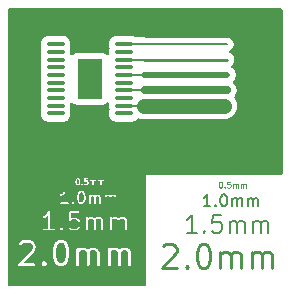
<source format=gbr>
%TF.GenerationSoftware,KiCad,Pcbnew,9.0.4-9.0.4-0~ubuntu24.04.1*%
%TF.CreationDate,2025-10-08T16:16:52-03:00*%
%TF.ProjectId,teste_footprint,74657374-655f-4666-9f6f-747072696e74,rev?*%
%TF.SameCoordinates,Original*%
%TF.FileFunction,Copper,L1,Top*%
%TF.FilePolarity,Positive*%
%FSLAX46Y46*%
G04 Gerber Fmt 4.6, Leading zero omitted, Abs format (unit mm)*
G04 Created by KiCad (PCBNEW 9.0.4-9.0.4-0~ubuntu24.04.1) date 2025-10-08 16:16:52*
%MOMM*%
%LPD*%
G01*
G04 APERTURE LIST*
G04 Aperture macros list*
%AMRoundRect*
0 Rectangle with rounded corners*
0 $1 Rounding radius*
0 $2 $3 $4 $5 $6 $7 $8 $9 X,Y pos of 4 corners*
0 Add a 4 corners polygon primitive as box body*
4,1,4,$2,$3,$4,$5,$6,$7,$8,$9,$2,$3,0*
0 Add four circle primitives for the rounded corners*
1,1,$1+$1,$2,$3*
1,1,$1+$1,$4,$5*
1,1,$1+$1,$6,$7*
1,1,$1+$1,$8,$9*
0 Add four rect primitives between the rounded corners*
20,1,$1+$1,$2,$3,$4,$5,0*
20,1,$1+$1,$4,$5,$6,$7,0*
20,1,$1+$1,$6,$7,$8,$9,0*
20,1,$1+$1,$8,$9,$2,$3,0*%
G04 Aperture macros list end*
%ADD10C,0.150000*%
%ADD11C,0.250000*%
%ADD12C,0.125000*%
%TA.AperFunction,NonConductor*%
%ADD13C,0.150000*%
%TD*%
%TA.AperFunction,NonConductor*%
%ADD14C,0.125000*%
%TD*%
%TA.AperFunction,NonConductor*%
%ADD15C,0.250000*%
%TD*%
%TA.AperFunction,SMDPad,CuDef*%
%ADD16RoundRect,0.100000X-0.637500X-0.100000X0.637500X-0.100000X0.637500X0.100000X-0.637500X0.100000X0*%
%TD*%
%TA.AperFunction,HeatsinkPad*%
%ADD17R,2.150000X3.350000*%
%TD*%
%TA.AperFunction,Conductor*%
%ADD18C,0.200000*%
%TD*%
%TA.AperFunction,Conductor*%
%ADD19C,0.127000*%
%TD*%
%TA.AperFunction,Conductor*%
%ADD20C,0.254000*%
%TD*%
%TA.AperFunction,Conductor*%
%ADD21C,0.508000*%
%TD*%
%TA.AperFunction,Conductor*%
%ADD22C,1.270000*%
%TD*%
%TA.AperFunction,Conductor*%
%ADD23C,0.635000*%
%TD*%
G04 APERTURE END LIST*
D10*
G36*
X144468875Y-109215077D02*
G01*
X144499282Y-109245484D01*
X144537775Y-109322471D01*
X144581159Y-109496005D01*
X144581159Y-109715632D01*
X144537775Y-109889166D01*
X144499281Y-109966153D01*
X144468874Y-109996561D01*
X144400359Y-110030819D01*
X144340531Y-110030819D01*
X144272015Y-109996561D01*
X144241608Y-109966153D01*
X144203114Y-109889166D01*
X144159731Y-109715632D01*
X144159731Y-109496005D01*
X144203114Y-109322471D01*
X144241608Y-109245484D01*
X144272015Y-109215077D01*
X144340531Y-109180819D01*
X144400359Y-109180819D01*
X144468875Y-109215077D01*
G37*
G36*
X147461318Y-110291930D02*
G01*
X142470638Y-110291930D01*
X142470638Y-109382152D01*
X142581749Y-109382152D01*
X142583823Y-109411342D01*
X142596910Y-109437517D01*
X142619018Y-109456690D01*
X142646779Y-109465944D01*
X142675969Y-109463870D01*
X142689701Y-109458615D01*
X142784939Y-109410996D01*
X142791238Y-109407031D01*
X142793066Y-109406274D01*
X142795122Y-109404585D01*
X142797382Y-109403164D01*
X142798681Y-109401665D01*
X142804431Y-109396947D01*
X142866874Y-109334504D01*
X142866874Y-110030819D01*
X142656160Y-110030819D01*
X142641528Y-110032260D01*
X142614492Y-110043459D01*
X142593800Y-110064151D01*
X142582601Y-110091187D01*
X142582601Y-110120451D01*
X142593800Y-110147487D01*
X142614492Y-110168179D01*
X142641528Y-110179378D01*
X142656160Y-110180819D01*
X143227588Y-110180819D01*
X143242220Y-110179378D01*
X143269256Y-110168179D01*
X143289948Y-110147487D01*
X143301147Y-110120451D01*
X143301147Y-110091187D01*
X143289948Y-110064151D01*
X143269366Y-110043569D01*
X143534982Y-110043569D01*
X143534982Y-110072832D01*
X143540019Y-110084991D01*
X143546181Y-110099868D01*
X143555508Y-110111233D01*
X143603127Y-110158852D01*
X143614492Y-110168179D01*
X143641528Y-110179378D01*
X143641529Y-110179378D01*
X143670791Y-110179378D01*
X143670792Y-110179378D01*
X143697828Y-110168179D01*
X143709193Y-110158852D01*
X143756812Y-110111233D01*
X143766139Y-110099868D01*
X143777338Y-110072832D01*
X143777338Y-110043569D01*
X143777292Y-110043459D01*
X143766140Y-110016533D01*
X143756812Y-110005167D01*
X143709194Y-109957548D01*
X143697828Y-109948220D01*
X143697827Y-109948219D01*
X143679531Y-109940641D01*
X143670792Y-109937021D01*
X143670791Y-109937021D01*
X143641528Y-109937021D01*
X143632789Y-109940641D01*
X143614493Y-109948219D01*
X143614492Y-109948220D01*
X143603126Y-109957548D01*
X143555507Y-110005168D01*
X143546180Y-110016533D01*
X143534982Y-110043569D01*
X143269366Y-110043569D01*
X143269256Y-110043459D01*
X143242220Y-110032260D01*
X143227588Y-110030819D01*
X143016874Y-110030819D01*
X143016874Y-109486771D01*
X144009731Y-109486771D01*
X144009731Y-109724866D01*
X144009982Y-109727419D01*
X144009820Y-109728512D01*
X144010629Y-109733985D01*
X144011172Y-109739498D01*
X144011594Y-109740519D01*
X144011970Y-109743056D01*
X144059589Y-109933532D01*
X144059974Y-109934611D01*
X144060013Y-109935151D01*
X144062340Y-109941232D01*
X144064536Y-109947378D01*
X144064858Y-109947813D01*
X144065268Y-109948883D01*
X144112887Y-110044121D01*
X144116850Y-110050417D01*
X144117608Y-110052247D01*
X144119297Y-110054305D01*
X144120719Y-110056564D01*
X144122217Y-110057863D01*
X144126935Y-110063612D01*
X144174554Y-110111232D01*
X144180303Y-110115950D01*
X144181604Y-110117450D01*
X144183863Y-110118872D01*
X144185920Y-110120560D01*
X144187747Y-110121317D01*
X144194047Y-110125282D01*
X144289285Y-110172901D01*
X144303016Y-110178156D01*
X144305705Y-110178347D01*
X144308194Y-110179378D01*
X144322826Y-110180819D01*
X144418064Y-110180819D01*
X144432696Y-110179378D01*
X144435185Y-110178346D01*
X144437873Y-110178156D01*
X144451605Y-110172901D01*
X144546843Y-110125282D01*
X144553142Y-110121317D01*
X144554970Y-110120560D01*
X144557026Y-110118872D01*
X144559286Y-110117450D01*
X144560586Y-110115950D01*
X144566336Y-110111232D01*
X144613954Y-110063613D01*
X144618672Y-110057863D01*
X144620171Y-110056564D01*
X144621592Y-110054305D01*
X144623282Y-110052247D01*
X144624039Y-110050417D01*
X144628003Y-110044121D01*
X144675622Y-109948883D01*
X144676031Y-109947813D01*
X144676354Y-109947378D01*
X144678546Y-109941241D01*
X144680877Y-109935152D01*
X144680915Y-109934611D01*
X144681301Y-109933532D01*
X144728920Y-109743056D01*
X144729295Y-109740519D01*
X144729718Y-109739498D01*
X144730260Y-109733985D01*
X144731070Y-109728512D01*
X144730907Y-109727419D01*
X144731159Y-109724866D01*
X144731159Y-109486771D01*
X144730907Y-109484217D01*
X144731070Y-109483125D01*
X144730260Y-109477651D01*
X144729718Y-109472139D01*
X144729295Y-109471117D01*
X144728920Y-109468581D01*
X144721563Y-109439152D01*
X145009731Y-109439152D01*
X145009731Y-110105819D01*
X145011172Y-110120451D01*
X145022371Y-110147487D01*
X145043063Y-110168179D01*
X145070099Y-110179378D01*
X145099363Y-110179378D01*
X145126399Y-110168179D01*
X145147091Y-110147487D01*
X145158290Y-110120451D01*
X145159731Y-110105819D01*
X145159731Y-109565456D01*
X145176777Y-109548410D01*
X145245293Y-109514152D01*
X145352740Y-109514152D01*
X145409781Y-109542672D01*
X145438302Y-109599714D01*
X145438302Y-110105819D01*
X145439743Y-110120451D01*
X145450942Y-110147487D01*
X145471634Y-110168179D01*
X145498670Y-110179378D01*
X145527934Y-110179378D01*
X145554970Y-110168179D01*
X145575662Y-110147487D01*
X145586861Y-110120451D01*
X145588302Y-110105819D01*
X145588302Y-109599714D01*
X145616822Y-109542672D01*
X145673864Y-109514152D01*
X145781311Y-109514152D01*
X145838353Y-109542672D01*
X145866874Y-109599714D01*
X145866874Y-110105819D01*
X145868315Y-110120451D01*
X145879514Y-110147487D01*
X145900206Y-110168179D01*
X145927242Y-110179378D01*
X145956506Y-110179378D01*
X145983542Y-110168179D01*
X146004234Y-110147487D01*
X146015433Y-110120451D01*
X146016874Y-110105819D01*
X146016874Y-109582009D01*
X146015433Y-109567377D01*
X146014402Y-109564888D01*
X146014211Y-109562199D01*
X146008956Y-109548468D01*
X145961337Y-109453230D01*
X145959796Y-109450782D01*
X145959412Y-109449629D01*
X145958166Y-109448192D01*
X145953505Y-109440787D01*
X145951620Y-109439152D01*
X146343064Y-109439152D01*
X146343064Y-110105819D01*
X146344505Y-110120451D01*
X146355704Y-110147487D01*
X146376396Y-110168179D01*
X146403432Y-110179378D01*
X146432696Y-110179378D01*
X146459732Y-110168179D01*
X146480424Y-110147487D01*
X146491623Y-110120451D01*
X146493064Y-110105819D01*
X146493064Y-109565456D01*
X146510110Y-109548410D01*
X146578626Y-109514152D01*
X146686073Y-109514152D01*
X146743114Y-109542672D01*
X146771635Y-109599714D01*
X146771635Y-110105819D01*
X146773076Y-110120451D01*
X146784275Y-110147487D01*
X146804967Y-110168179D01*
X146832003Y-110179378D01*
X146861267Y-110179378D01*
X146888303Y-110168179D01*
X146908995Y-110147487D01*
X146920194Y-110120451D01*
X146921635Y-110105819D01*
X146921635Y-109599714D01*
X146950155Y-109542672D01*
X147007197Y-109514152D01*
X147114644Y-109514152D01*
X147171686Y-109542672D01*
X147200207Y-109599714D01*
X147200207Y-110105819D01*
X147201648Y-110120451D01*
X147212847Y-110147487D01*
X147233539Y-110168179D01*
X147260575Y-110179378D01*
X147289839Y-110179378D01*
X147316875Y-110168179D01*
X147337567Y-110147487D01*
X147348766Y-110120451D01*
X147350207Y-110105819D01*
X147350207Y-109582009D01*
X147348766Y-109567377D01*
X147347735Y-109564888D01*
X147347544Y-109562199D01*
X147342289Y-109548468D01*
X147294670Y-109453230D01*
X147293129Y-109450782D01*
X147292745Y-109449629D01*
X147291499Y-109448192D01*
X147286838Y-109440787D01*
X147279730Y-109434623D01*
X147273571Y-109427521D01*
X147266167Y-109422860D01*
X147264730Y-109421614D01*
X147263575Y-109421229D01*
X147261129Y-109419689D01*
X147165890Y-109372070D01*
X147152158Y-109366815D01*
X147149470Y-109366624D01*
X147146981Y-109365593D01*
X147132349Y-109364152D01*
X146989492Y-109364152D01*
X146974860Y-109365593D01*
X146972371Y-109366623D01*
X146969682Y-109366815D01*
X146955951Y-109372070D01*
X146860713Y-109419689D01*
X146858265Y-109421229D01*
X146857112Y-109421614D01*
X146855675Y-109422859D01*
X146848270Y-109427521D01*
X146846635Y-109429406D01*
X146845000Y-109427521D01*
X146837594Y-109422859D01*
X146836158Y-109421614D01*
X146835004Y-109421229D01*
X146832557Y-109419689D01*
X146737319Y-109372070D01*
X146723587Y-109366815D01*
X146720899Y-109366624D01*
X146718410Y-109365593D01*
X146703778Y-109364152D01*
X146560921Y-109364152D01*
X146546289Y-109365593D01*
X146543800Y-109366623D01*
X146541111Y-109366815D01*
X146527380Y-109372070D01*
X146479133Y-109396193D01*
X146459732Y-109376792D01*
X146432696Y-109365593D01*
X146403432Y-109365593D01*
X146376396Y-109376792D01*
X146355704Y-109397484D01*
X146344505Y-109424520D01*
X146343064Y-109439152D01*
X145951620Y-109439152D01*
X145946397Y-109434623D01*
X145940238Y-109427521D01*
X145932834Y-109422860D01*
X145931397Y-109421614D01*
X145930242Y-109421229D01*
X145927796Y-109419689D01*
X145832557Y-109372070D01*
X145818825Y-109366815D01*
X145816137Y-109366624D01*
X145813648Y-109365593D01*
X145799016Y-109364152D01*
X145656159Y-109364152D01*
X145641527Y-109365593D01*
X145639038Y-109366623D01*
X145636349Y-109366815D01*
X145622618Y-109372070D01*
X145527380Y-109419689D01*
X145524932Y-109421229D01*
X145523779Y-109421614D01*
X145522342Y-109422859D01*
X145514937Y-109427521D01*
X145513302Y-109429406D01*
X145511667Y-109427521D01*
X145504261Y-109422859D01*
X145502825Y-109421614D01*
X145501671Y-109421229D01*
X145499224Y-109419689D01*
X145403986Y-109372070D01*
X145390254Y-109366815D01*
X145387566Y-109366624D01*
X145385077Y-109365593D01*
X145370445Y-109364152D01*
X145227588Y-109364152D01*
X145212956Y-109365593D01*
X145210467Y-109366623D01*
X145207778Y-109366815D01*
X145194047Y-109372070D01*
X145145800Y-109396193D01*
X145126399Y-109376792D01*
X145099363Y-109365593D01*
X145070099Y-109365593D01*
X145043063Y-109376792D01*
X145022371Y-109397484D01*
X145011172Y-109424520D01*
X145009731Y-109439152D01*
X144721563Y-109439152D01*
X144681301Y-109278105D01*
X144680915Y-109277025D01*
X144680877Y-109276485D01*
X144678546Y-109270395D01*
X144676354Y-109264259D01*
X144676031Y-109263823D01*
X144675622Y-109262754D01*
X144628003Y-109167516D01*
X144624038Y-109161216D01*
X144623281Y-109159389D01*
X144621592Y-109157332D01*
X144620171Y-109155073D01*
X144618672Y-109153773D01*
X144613954Y-109148024D01*
X144566335Y-109100405D01*
X144560585Y-109095686D01*
X144559286Y-109094188D01*
X144557026Y-109092766D01*
X144554970Y-109091078D01*
X144553142Y-109090320D01*
X144546843Y-109086356D01*
X144451605Y-109038737D01*
X144437873Y-109033482D01*
X144435185Y-109033291D01*
X144432696Y-109032260D01*
X144418064Y-109030819D01*
X144322826Y-109030819D01*
X144308194Y-109032260D01*
X144305705Y-109033290D01*
X144303016Y-109033482D01*
X144289285Y-109038737D01*
X144194047Y-109086356D01*
X144187747Y-109090320D01*
X144185920Y-109091078D01*
X144183863Y-109092766D01*
X144181604Y-109094188D01*
X144180304Y-109095686D01*
X144174555Y-109100405D01*
X144126936Y-109148024D01*
X144122217Y-109153773D01*
X144120719Y-109155073D01*
X144119297Y-109157332D01*
X144117609Y-109159389D01*
X144116851Y-109161216D01*
X144112887Y-109167516D01*
X144065268Y-109262754D01*
X144064858Y-109263823D01*
X144064536Y-109264259D01*
X144062340Y-109270404D01*
X144060013Y-109276486D01*
X144059974Y-109277025D01*
X144059589Y-109278105D01*
X144011970Y-109468581D01*
X144011594Y-109471117D01*
X144011172Y-109472139D01*
X144010629Y-109477651D01*
X144009820Y-109483125D01*
X144009982Y-109484217D01*
X144009731Y-109486771D01*
X143016874Y-109486771D01*
X143016874Y-109105819D01*
X143016868Y-109105766D01*
X143016874Y-109105740D01*
X143016858Y-109105663D01*
X143015433Y-109091187D01*
X143012591Y-109084326D01*
X143011135Y-109077045D01*
X143007045Y-109070938D01*
X143004234Y-109064151D01*
X142998985Y-109058902D01*
X142994852Y-109052730D01*
X142988735Y-109048652D01*
X142983542Y-109043459D01*
X142976682Y-109040617D01*
X142970503Y-109036498D01*
X142963294Y-109035072D01*
X142956506Y-109032260D01*
X142949079Y-109032260D01*
X142941795Y-109030819D01*
X142934590Y-109032260D01*
X142927242Y-109032260D01*
X142920381Y-109035101D01*
X142913101Y-109036558D01*
X142906995Y-109040646D01*
X142900206Y-109043459D01*
X142894955Y-109048709D01*
X142888786Y-109052841D01*
X142879565Y-109064099D01*
X142879514Y-109064151D01*
X142879504Y-109064173D01*
X142879470Y-109064216D01*
X142788350Y-109200896D01*
X142706971Y-109282275D01*
X142622619Y-109324451D01*
X142610176Y-109332283D01*
X142591003Y-109354391D01*
X142581749Y-109382152D01*
X142470638Y-109382152D01*
X142470638Y-108919708D01*
X147461318Y-108919708D01*
X147461318Y-110291930D01*
G37*
D11*
G36*
X142869667Y-113510208D02*
G01*
X142936217Y-113576758D01*
X143016246Y-113736817D01*
X143104425Y-114089531D01*
X143104425Y-114534944D01*
X143016246Y-114887658D01*
X142936217Y-115047715D01*
X142869665Y-115114268D01*
X142723727Y-115187238D01*
X142592266Y-115187238D01*
X142446328Y-115114269D01*
X142379776Y-115047716D01*
X142299746Y-114887657D01*
X142211568Y-114534944D01*
X142211568Y-114089531D01*
X142299746Y-113736817D01*
X142379776Y-113576757D01*
X142446326Y-113510208D01*
X142592266Y-113437238D01*
X142723727Y-113437238D01*
X142869667Y-113510208D01*
G37*
G36*
X148814743Y-115659460D02*
G01*
X138789367Y-115659460D01*
X138789367Y-115287851D01*
X139011589Y-115287851D01*
X139011589Y-115336625D01*
X139017055Y-115349822D01*
X139030253Y-115381684D01*
X139064741Y-115416172D01*
X139096602Y-115429369D01*
X139109800Y-115434836D01*
X139109801Y-115434836D01*
X139134187Y-115437238D01*
X140372282Y-115437238D01*
X140396668Y-115434836D01*
X140441728Y-115416172D01*
X140476216Y-115381684D01*
X140494880Y-115336624D01*
X140494880Y-115287852D01*
X140476216Y-115242792D01*
X140441728Y-115208304D01*
X140403848Y-115192614D01*
X141011589Y-115192614D01*
X141011589Y-115241387D01*
X141030254Y-115286447D01*
X141030258Y-115286451D01*
X141045799Y-115305388D01*
X141141037Y-115400626D01*
X141159973Y-115416166D01*
X141159979Y-115416172D01*
X141191840Y-115429369D01*
X141205038Y-115434836D01*
X141205039Y-115434836D01*
X141253811Y-115434836D01*
X141253812Y-115434836D01*
X141267009Y-115429369D01*
X141298871Y-115416172D01*
X141298876Y-115416166D01*
X141317813Y-115400626D01*
X141413051Y-115305388D01*
X141428591Y-115286451D01*
X141428596Y-115286447D01*
X141447261Y-115241388D01*
X141447262Y-115192614D01*
X141428597Y-115147554D01*
X141413052Y-115128612D01*
X141317814Y-115033373D01*
X141298872Y-115017828D01*
X141298871Y-115017827D01*
X141292703Y-115015272D01*
X141253811Y-114999162D01*
X141205038Y-114999163D01*
X141186374Y-115006894D01*
X141159979Y-115017827D01*
X141159978Y-115017828D01*
X141141036Y-115033373D01*
X141045798Y-115128612D01*
X141030253Y-115147554D01*
X141017782Y-115177663D01*
X141012172Y-115191207D01*
X141011589Y-115192614D01*
X140403848Y-115192614D01*
X140396668Y-115189640D01*
X140372282Y-115187238D01*
X139435963Y-115187238D01*
X140365433Y-114257768D01*
X140380978Y-114238826D01*
X140382697Y-114234674D01*
X140385639Y-114231283D01*
X140395629Y-114208908D01*
X140440551Y-114074142D01*
X141961568Y-114074142D01*
X141961568Y-114550333D01*
X141961987Y-114554587D01*
X141961716Y-114556409D01*
X141963065Y-114565537D01*
X141963970Y-114574719D01*
X141964674Y-114576420D01*
X141965300Y-114580650D01*
X142060538Y-114961602D01*
X142061181Y-114963401D01*
X142061245Y-114964301D01*
X142065127Y-114974447D01*
X142068783Y-114984677D01*
X142069319Y-114985401D01*
X142070003Y-114987187D01*
X142165241Y-115177663D01*
X142171846Y-115188155D01*
X142173110Y-115191207D01*
X142175930Y-115194643D01*
X142178295Y-115198400D01*
X142180786Y-115200560D01*
X142188655Y-115210149D01*
X142283893Y-115305388D01*
X142293481Y-115313257D01*
X142295643Y-115315749D01*
X142299400Y-115318114D01*
X142302835Y-115320933D01*
X142305885Y-115322196D01*
X142316380Y-115328803D01*
X142506857Y-115424042D01*
X142529742Y-115432799D01*
X142534223Y-115433117D01*
X142538372Y-115434836D01*
X142562758Y-115437238D01*
X142753235Y-115437238D01*
X142777621Y-115434836D01*
X142781769Y-115433117D01*
X142786251Y-115432799D01*
X142809137Y-115424041D01*
X142999613Y-115328803D01*
X143010107Y-115322196D01*
X143013158Y-115320933D01*
X143016592Y-115318114D01*
X143020350Y-115315749D01*
X143022511Y-115313257D01*
X143032100Y-115305388D01*
X143127338Y-115210149D01*
X143135206Y-115200560D01*
X143137698Y-115198400D01*
X143140062Y-115194643D01*
X143142883Y-115191207D01*
X143144147Y-115188155D01*
X143150752Y-115177663D01*
X143245991Y-114987186D01*
X143246674Y-114985399D01*
X143247210Y-114984677D01*
X143250861Y-114974458D01*
X143254748Y-114964301D01*
X143254811Y-114963401D01*
X143255455Y-114961602D01*
X143350693Y-114580650D01*
X143351318Y-114576420D01*
X143352023Y-114574719D01*
X143352927Y-114565539D01*
X143354277Y-114556410D01*
X143354005Y-114554587D01*
X143354425Y-114550333D01*
X143354425Y-114074142D01*
X143354005Y-114069887D01*
X143354277Y-114068065D01*
X143352927Y-114058935D01*
X143352023Y-114049756D01*
X143351318Y-114048054D01*
X143350693Y-114043825D01*
X143334463Y-113978904D01*
X143961568Y-113978904D01*
X143961568Y-115312238D01*
X143963970Y-115336624D01*
X143982634Y-115381684D01*
X144017122Y-115416172D01*
X144062182Y-115434836D01*
X144110954Y-115434836D01*
X144156014Y-115416172D01*
X144190502Y-115381684D01*
X144209166Y-115336624D01*
X144211568Y-115312238D01*
X144211568Y-114221156D01*
X144255850Y-114176874D01*
X144401790Y-114103904D01*
X144628489Y-114103904D01*
X144755303Y-114167311D01*
X144818711Y-114294127D01*
X144818711Y-115312238D01*
X144821113Y-115336624D01*
X144839777Y-115381684D01*
X144874265Y-115416172D01*
X144919325Y-115434836D01*
X144968097Y-115434836D01*
X145013157Y-115416172D01*
X145047645Y-115381684D01*
X145066309Y-115336624D01*
X145068711Y-115312238D01*
X145068711Y-114294127D01*
X145132119Y-114167310D01*
X145258933Y-114103904D01*
X145485630Y-114103904D01*
X145612446Y-114167311D01*
X145675854Y-114294127D01*
X145675854Y-115312238D01*
X145678256Y-115336624D01*
X145696920Y-115381684D01*
X145731408Y-115416172D01*
X145776468Y-115434836D01*
X145825240Y-115434836D01*
X145870300Y-115416172D01*
X145904788Y-115381684D01*
X145923452Y-115336624D01*
X145925854Y-115312238D01*
X145925854Y-114264619D01*
X145923452Y-114240233D01*
X145921733Y-114236083D01*
X145921415Y-114231604D01*
X145912658Y-114208718D01*
X145817420Y-114018241D01*
X145814852Y-114014162D01*
X145814211Y-114012238D01*
X145812131Y-114009840D01*
X145804365Y-113997503D01*
X145792524Y-113987233D01*
X145785300Y-113978904D01*
X146628235Y-113978904D01*
X146628235Y-115312238D01*
X146630637Y-115336624D01*
X146649301Y-115381684D01*
X146683789Y-115416172D01*
X146728849Y-115434836D01*
X146777621Y-115434836D01*
X146822681Y-115416172D01*
X146857169Y-115381684D01*
X146875833Y-115336624D01*
X146878235Y-115312238D01*
X146878235Y-114221156D01*
X146922517Y-114176874D01*
X147068457Y-114103904D01*
X147295156Y-114103904D01*
X147421970Y-114167311D01*
X147485378Y-114294127D01*
X147485378Y-115312238D01*
X147487780Y-115336624D01*
X147506444Y-115381684D01*
X147540932Y-115416172D01*
X147585992Y-115434836D01*
X147634764Y-115434836D01*
X147679824Y-115416172D01*
X147714312Y-115381684D01*
X147732976Y-115336624D01*
X147735378Y-115312238D01*
X147735378Y-114294127D01*
X147798786Y-114167310D01*
X147925600Y-114103904D01*
X148152297Y-114103904D01*
X148279113Y-114167311D01*
X148342521Y-114294127D01*
X148342521Y-115312238D01*
X148344923Y-115336624D01*
X148363587Y-115381684D01*
X148398075Y-115416172D01*
X148443135Y-115434836D01*
X148491907Y-115434836D01*
X148536967Y-115416172D01*
X148571455Y-115381684D01*
X148590119Y-115336624D01*
X148592521Y-115312238D01*
X148592521Y-114264619D01*
X148590119Y-114240233D01*
X148588400Y-114236083D01*
X148588082Y-114231604D01*
X148579325Y-114208718D01*
X148484087Y-114018241D01*
X148481519Y-114014162D01*
X148480878Y-114012238D01*
X148478798Y-114009840D01*
X148471032Y-113997503D01*
X148459191Y-113987233D01*
X148448922Y-113975393D01*
X148436585Y-113967626D01*
X148434187Y-113965547D01*
X148432261Y-113964905D01*
X148428185Y-113962339D01*
X148237707Y-113867100D01*
X148214822Y-113858343D01*
X148210340Y-113858024D01*
X148206192Y-113856306D01*
X148181806Y-113853904D01*
X147896092Y-113853904D01*
X147871706Y-113856306D01*
X147867557Y-113858024D01*
X147863076Y-113858343D01*
X147840191Y-113867100D01*
X147649714Y-113962339D01*
X147645637Y-113964905D01*
X147643712Y-113965547D01*
X147641313Y-113967626D01*
X147628977Y-113975393D01*
X147618707Y-113987233D01*
X147610378Y-113994457D01*
X147602048Y-113987233D01*
X147591779Y-113975393D01*
X147579442Y-113967626D01*
X147577044Y-113965547D01*
X147575118Y-113964905D01*
X147571042Y-113962339D01*
X147380566Y-113867101D01*
X147357680Y-113858343D01*
X147353198Y-113858024D01*
X147349050Y-113856306D01*
X147324664Y-113853904D01*
X147038949Y-113853904D01*
X147014563Y-113856306D01*
X147010414Y-113858024D01*
X147005933Y-113858343D01*
X146983048Y-113867100D01*
X146864231Y-113926508D01*
X146857169Y-113909458D01*
X146822681Y-113874970D01*
X146777621Y-113856306D01*
X146728849Y-113856306D01*
X146683789Y-113874970D01*
X146649301Y-113909458D01*
X146630637Y-113954518D01*
X146628235Y-113978904D01*
X145785300Y-113978904D01*
X145782255Y-113975393D01*
X145769918Y-113967626D01*
X145767520Y-113965547D01*
X145765594Y-113964905D01*
X145761518Y-113962339D01*
X145571040Y-113867100D01*
X145548155Y-113858343D01*
X145543673Y-113858024D01*
X145539525Y-113856306D01*
X145515139Y-113853904D01*
X145229425Y-113853904D01*
X145205039Y-113856306D01*
X145200890Y-113858024D01*
X145196409Y-113858343D01*
X145173524Y-113867100D01*
X144983047Y-113962339D01*
X144978970Y-113964905D01*
X144977045Y-113965547D01*
X144974646Y-113967626D01*
X144962310Y-113975393D01*
X144952040Y-113987233D01*
X144943711Y-113994457D01*
X144935381Y-113987233D01*
X144925112Y-113975393D01*
X144912775Y-113967626D01*
X144910377Y-113965547D01*
X144908451Y-113964905D01*
X144904375Y-113962339D01*
X144713899Y-113867101D01*
X144691013Y-113858343D01*
X144686531Y-113858024D01*
X144682383Y-113856306D01*
X144657997Y-113853904D01*
X144372282Y-113853904D01*
X144347896Y-113856306D01*
X144343747Y-113858024D01*
X144339266Y-113858343D01*
X144316381Y-113867100D01*
X144197564Y-113926508D01*
X144190502Y-113909458D01*
X144156014Y-113874970D01*
X144110954Y-113856306D01*
X144062182Y-113856306D01*
X144017122Y-113874970D01*
X143982634Y-113909458D01*
X143963970Y-113954518D01*
X143961568Y-113978904D01*
X143334463Y-113978904D01*
X143255455Y-113662873D01*
X143254811Y-113661073D01*
X143254748Y-113660174D01*
X143250861Y-113650016D01*
X143247210Y-113639798D01*
X143246674Y-113639075D01*
X143245991Y-113637289D01*
X143150752Y-113446812D01*
X143144144Y-113436315D01*
X143142882Y-113433268D01*
X143140065Y-113429836D01*
X143137698Y-113426075D01*
X143135203Y-113423911D01*
X143127337Y-113414326D01*
X143032099Y-113319088D01*
X143022513Y-113311221D01*
X143020350Y-113308727D01*
X143016588Y-113306359D01*
X143013157Y-113303543D01*
X143010109Y-113302280D01*
X142999613Y-113295673D01*
X142809137Y-113200435D01*
X142786251Y-113191677D01*
X142781769Y-113191358D01*
X142777621Y-113189640D01*
X142753235Y-113187238D01*
X142562758Y-113187238D01*
X142538372Y-113189640D01*
X142534223Y-113191358D01*
X142529742Y-113191677D01*
X142506857Y-113200434D01*
X142316380Y-113295673D01*
X142305883Y-113302280D01*
X142302836Y-113303543D01*
X142299404Y-113306359D01*
X142295643Y-113308727D01*
X142293479Y-113311221D01*
X142283894Y-113319088D01*
X142188656Y-113414326D01*
X142180789Y-113423911D01*
X142178295Y-113426075D01*
X142175927Y-113429836D01*
X142173111Y-113433268D01*
X142171848Y-113436315D01*
X142165241Y-113446812D01*
X142070003Y-113637288D01*
X142069319Y-113639073D01*
X142068783Y-113639798D01*
X142065127Y-113650027D01*
X142061245Y-113660174D01*
X142061181Y-113661073D01*
X142060538Y-113662873D01*
X141965300Y-114043825D01*
X141964674Y-114048054D01*
X141963970Y-114049756D01*
X141963065Y-114058937D01*
X141961716Y-114068066D01*
X141961987Y-114069887D01*
X141961568Y-114074142D01*
X140440551Y-114074142D01*
X140490867Y-113923194D01*
X140493616Y-113911103D01*
X140494880Y-113908052D01*
X140495315Y-113903629D01*
X140496300Y-113899300D01*
X140496066Y-113896009D01*
X140497282Y-113883666D01*
X140497282Y-113693190D01*
X140494880Y-113668804D01*
X140493161Y-113664655D01*
X140492843Y-113660174D01*
X140484086Y-113637289D01*
X140388847Y-113446812D01*
X140382239Y-113436315D01*
X140380977Y-113433268D01*
X140378160Y-113429836D01*
X140375793Y-113426075D01*
X140373298Y-113423911D01*
X140365432Y-113414326D01*
X140270194Y-113319088D01*
X140260608Y-113311221D01*
X140258445Y-113308727D01*
X140254683Y-113306359D01*
X140251252Y-113303543D01*
X140248204Y-113302280D01*
X140237708Y-113295673D01*
X140047232Y-113200435D01*
X140024346Y-113191677D01*
X140019864Y-113191358D01*
X140015716Y-113189640D01*
X139991330Y-113187238D01*
X139515139Y-113187238D01*
X139490753Y-113189640D01*
X139486604Y-113191358D01*
X139482123Y-113191677D01*
X139459238Y-113200434D01*
X139268761Y-113295673D01*
X139258264Y-113302280D01*
X139255217Y-113303543D01*
X139251785Y-113306359D01*
X139248024Y-113308727D01*
X139245860Y-113311221D01*
X139236275Y-113319088D01*
X139141037Y-113414326D01*
X139125492Y-113433268D01*
X139106827Y-113478327D01*
X139106827Y-113527101D01*
X139125492Y-113572160D01*
X139159979Y-113606647D01*
X139205038Y-113625312D01*
X139253812Y-113625312D01*
X139298871Y-113606647D01*
X139317813Y-113591102D01*
X139398707Y-113510208D01*
X139544647Y-113437238D01*
X139961822Y-113437238D01*
X140107762Y-113510208D01*
X140174312Y-113576758D01*
X140247282Y-113722698D01*
X140247282Y-113863383D01*
X140167790Y-114101856D01*
X139045799Y-115223850D01*
X139030258Y-115242786D01*
X139030253Y-115242792D01*
X139017055Y-115274653D01*
X139011589Y-115287851D01*
X138789367Y-115287851D01*
X138789367Y-112965016D01*
X148814743Y-112965016D01*
X148814743Y-115659460D01*
G37*
D12*
G36*
X144118738Y-108092485D02*
G01*
X144128203Y-108101950D01*
X144144407Y-108134359D01*
X144164688Y-108215480D01*
X144164688Y-108319137D01*
X144144407Y-108400258D01*
X144128202Y-108432668D01*
X144118738Y-108442133D01*
X144093386Y-108454809D01*
X144075275Y-108454809D01*
X144049924Y-108442134D01*
X144040459Y-108432669D01*
X144024253Y-108400258D01*
X144003974Y-108319139D01*
X144003974Y-108215478D01*
X144024253Y-108134359D01*
X144040459Y-108101949D01*
X144049925Y-108092483D01*
X144075274Y-108079809D01*
X144093386Y-108079809D01*
X144118738Y-108092485D01*
G37*
G36*
X146375997Y-108642309D02*
G01*
X143816474Y-108642309D01*
X143816474Y-108207785D01*
X143878974Y-108207785D01*
X143878974Y-108326833D01*
X143880467Y-108334342D01*
X143880840Y-108341991D01*
X143904649Y-108437229D01*
X143907574Y-108443421D01*
X143909382Y-108450022D01*
X143933192Y-108497641D01*
X143939330Y-108505549D01*
X143944898Y-108513883D01*
X143968707Y-108537693D01*
X143977034Y-108543257D01*
X143984952Y-108549402D01*
X144032570Y-108573211D01*
X144035589Y-108574037D01*
X144036603Y-108575051D01*
X144046430Y-108577005D01*
X144056091Y-108579651D01*
X144057449Y-108579198D01*
X144060521Y-108579809D01*
X144108140Y-108579809D01*
X144111209Y-108579198D01*
X144112570Y-108579652D01*
X144122236Y-108577004D01*
X144132058Y-108575051D01*
X144133071Y-108574037D01*
X144136090Y-108573211D01*
X144183709Y-108549402D01*
X144191624Y-108543258D01*
X144199953Y-108537694D01*
X144223763Y-108513884D01*
X144229326Y-108505557D01*
X144235471Y-108497640D01*
X144249499Y-108469584D01*
X144359921Y-108469584D01*
X144359922Y-108517418D01*
X144359923Y-108517419D01*
X144373470Y-108537694D01*
X144397279Y-108561503D01*
X144417552Y-108575048D01*
X144417555Y-108575051D01*
X144465389Y-108575052D01*
X144465390Y-108575051D01*
X144465391Y-108575051D01*
X144465392Y-108575049D01*
X144485666Y-108561504D01*
X144509476Y-108537695D01*
X144523025Y-108517418D01*
X144523026Y-108469584D01*
X144523024Y-108469582D01*
X144509477Y-108449306D01*
X144485667Y-108425496D01*
X144465393Y-108411950D01*
X144465391Y-108411948D01*
X144465390Y-108411948D01*
X144465389Y-108411947D01*
X144417555Y-108411948D01*
X144397278Y-108425497D01*
X144373469Y-108449307D01*
X144359921Y-108469584D01*
X144249499Y-108469584D01*
X144259280Y-108450022D01*
X144261087Y-108443420D01*
X144264012Y-108437230D01*
X144287822Y-108341992D01*
X144288194Y-108334342D01*
X144289688Y-108326833D01*
X144289688Y-108249185D01*
X144593569Y-108249185D01*
X144595924Y-108273458D01*
X144598017Y-108276016D01*
X144598017Y-108279321D01*
X144612886Y-108294190D01*
X144626214Y-108310480D01*
X144629505Y-108310809D01*
X144631842Y-108313146D01*
X144652879Y-108313146D01*
X144673813Y-108315239D01*
X144676371Y-108313146D01*
X144679676Y-108313146D01*
X144699953Y-108299598D01*
X144716591Y-108282959D01*
X144741940Y-108270285D01*
X144831481Y-108270285D01*
X144856832Y-108282961D01*
X144866298Y-108292427D01*
X144878973Y-108317776D01*
X144878973Y-108407317D01*
X144866297Y-108432667D01*
X144856832Y-108442133D01*
X144831481Y-108454809D01*
X144741941Y-108454809D01*
X144716590Y-108442134D01*
X144699954Y-108425497D01*
X144679677Y-108411948D01*
X144631843Y-108411947D01*
X144598017Y-108445772D01*
X144598016Y-108493606D01*
X144611564Y-108513883D01*
X144635373Y-108537693D01*
X144643700Y-108543257D01*
X144651618Y-108549402D01*
X144699236Y-108573211D01*
X144702255Y-108574037D01*
X144703269Y-108575051D01*
X144713096Y-108577005D01*
X144722757Y-108579651D01*
X144724115Y-108579198D01*
X144727187Y-108579809D01*
X144846235Y-108579809D01*
X144849304Y-108579198D01*
X144850665Y-108579652D01*
X144860331Y-108577004D01*
X144870153Y-108575051D01*
X144871166Y-108574037D01*
X144874185Y-108573211D01*
X144921804Y-108549402D01*
X144929718Y-108543259D01*
X144938049Y-108537693D01*
X144961858Y-108513883D01*
X144967425Y-108505549D01*
X144973564Y-108497641D01*
X144997375Y-108450022D01*
X144998201Y-108447002D01*
X144999215Y-108445989D01*
X145001169Y-108436163D01*
X145003815Y-108426502D01*
X145003361Y-108425142D01*
X145003973Y-108422071D01*
X145003973Y-108303023D01*
X145003361Y-108299951D01*
X145003815Y-108298592D01*
X145001169Y-108288930D01*
X144999215Y-108279105D01*
X144998201Y-108278091D01*
X144997375Y-108275072D01*
X144973564Y-108227453D01*
X144967423Y-108219541D01*
X144961857Y-108211210D01*
X144938048Y-108187401D01*
X144932922Y-108183976D01*
X145093258Y-108183976D01*
X145093258Y-108517309D01*
X145098016Y-108541227D01*
X145131840Y-108575051D01*
X145179676Y-108575051D01*
X145213500Y-108541227D01*
X145218258Y-108517309D01*
X145218258Y-108258317D01*
X145241941Y-108246476D01*
X145283861Y-108246476D01*
X145299650Y-108254370D01*
X145307544Y-108270157D01*
X145307544Y-108517309D01*
X145312302Y-108541227D01*
X145346126Y-108575051D01*
X145393962Y-108575051D01*
X145427786Y-108541227D01*
X145432544Y-108517309D01*
X145432544Y-108270158D01*
X145440438Y-108254369D01*
X145456226Y-108246476D01*
X145498147Y-108246476D01*
X145513936Y-108254370D01*
X145521830Y-108270157D01*
X145521830Y-108517309D01*
X145526588Y-108541227D01*
X145560412Y-108575051D01*
X145608248Y-108575051D01*
X145642072Y-108541227D01*
X145646830Y-108517309D01*
X145646830Y-108255404D01*
X145646218Y-108252332D01*
X145646672Y-108250973D01*
X145644026Y-108241311D01*
X145642072Y-108231486D01*
X145641058Y-108230472D01*
X145640232Y-108227453D01*
X145618492Y-108183976D01*
X145759925Y-108183976D01*
X145759925Y-108517309D01*
X145764683Y-108541227D01*
X145798507Y-108575051D01*
X145846343Y-108575051D01*
X145880167Y-108541227D01*
X145884925Y-108517309D01*
X145884925Y-108258317D01*
X145908608Y-108246476D01*
X145950528Y-108246476D01*
X145966317Y-108254370D01*
X145974211Y-108270157D01*
X145974211Y-108517309D01*
X145978969Y-108541227D01*
X146012793Y-108575051D01*
X146060629Y-108575051D01*
X146094453Y-108541227D01*
X146099211Y-108517309D01*
X146099211Y-108270158D01*
X146107105Y-108254369D01*
X146122893Y-108246476D01*
X146164814Y-108246476D01*
X146180603Y-108254370D01*
X146188497Y-108270157D01*
X146188497Y-108517309D01*
X146193255Y-108541227D01*
X146227079Y-108575051D01*
X146274915Y-108575051D01*
X146308739Y-108541227D01*
X146313497Y-108517309D01*
X146313497Y-108255404D01*
X146312885Y-108252332D01*
X146313339Y-108250973D01*
X146310693Y-108241311D01*
X146308739Y-108231486D01*
X146307725Y-108230472D01*
X146306899Y-108227453D01*
X146283088Y-108179834D01*
X146275458Y-108170003D01*
X146274402Y-108166835D01*
X146270874Y-108164096D01*
X146268136Y-108160569D01*
X146264967Y-108159513D01*
X146255137Y-108151883D01*
X146207518Y-108128074D01*
X146204499Y-108127247D01*
X146203486Y-108126234D01*
X146193664Y-108124280D01*
X146183998Y-108121633D01*
X146182637Y-108122086D01*
X146179568Y-108121476D01*
X146108139Y-108121476D01*
X146105067Y-108122086D01*
X146103709Y-108121634D01*
X146094048Y-108124279D01*
X146084221Y-108126234D01*
X146083207Y-108127247D01*
X146080188Y-108128074D01*
X146036710Y-108149812D01*
X145993232Y-108128074D01*
X145990213Y-108127247D01*
X145989200Y-108126234D01*
X145979378Y-108124280D01*
X145969712Y-108121633D01*
X145968351Y-108122086D01*
X145965282Y-108121476D01*
X145893854Y-108121476D01*
X145890782Y-108122086D01*
X145889424Y-108121634D01*
X145879763Y-108124279D01*
X145869936Y-108126234D01*
X145868922Y-108127247D01*
X145865903Y-108128074D01*
X145854089Y-108133980D01*
X145846343Y-108126234D01*
X145798507Y-108126234D01*
X145764683Y-108160058D01*
X145759925Y-108183976D01*
X145618492Y-108183976D01*
X145616421Y-108179834D01*
X145608791Y-108170003D01*
X145607735Y-108166835D01*
X145604207Y-108164096D01*
X145601469Y-108160569D01*
X145598300Y-108159513D01*
X145588470Y-108151883D01*
X145540851Y-108128074D01*
X145537832Y-108127247D01*
X145536819Y-108126234D01*
X145526997Y-108124280D01*
X145517331Y-108121633D01*
X145515970Y-108122086D01*
X145512901Y-108121476D01*
X145441472Y-108121476D01*
X145438400Y-108122086D01*
X145437042Y-108121634D01*
X145427381Y-108124279D01*
X145417554Y-108126234D01*
X145416540Y-108127247D01*
X145413521Y-108128074D01*
X145370043Y-108149812D01*
X145326565Y-108128074D01*
X145323546Y-108127247D01*
X145322533Y-108126234D01*
X145312711Y-108124280D01*
X145303045Y-108121633D01*
X145301684Y-108122086D01*
X145298615Y-108121476D01*
X145227187Y-108121476D01*
X145224115Y-108122086D01*
X145222757Y-108121634D01*
X145213096Y-108124279D01*
X145203269Y-108126234D01*
X145202255Y-108127247D01*
X145199236Y-108128074D01*
X145187422Y-108133980D01*
X145179676Y-108126234D01*
X145131840Y-108126234D01*
X145098016Y-108160058D01*
X145093258Y-108183976D01*
X144932922Y-108183976D01*
X144929716Y-108181834D01*
X144921805Y-108175694D01*
X144874186Y-108151884D01*
X144871167Y-108151057D01*
X144870153Y-108150043D01*
X144860322Y-108148087D01*
X144850666Y-108145443D01*
X144849306Y-108145896D01*
X144846235Y-108145285D01*
X144729583Y-108145285D01*
X144736130Y-108079809D01*
X144917663Y-108079809D01*
X144941581Y-108075051D01*
X144975405Y-108041227D01*
X144975405Y-107993391D01*
X144941581Y-107959567D01*
X144917663Y-107954809D01*
X144679568Y-107954809D01*
X144664613Y-107957783D01*
X144661514Y-107957474D01*
X144660017Y-107958698D01*
X144655650Y-107959567D01*
X144640772Y-107974444D01*
X144624492Y-107987765D01*
X144623193Y-107992023D01*
X144621826Y-107993391D01*
X144621826Y-107996506D01*
X144617378Y-108011091D01*
X144593569Y-108249185D01*
X144289688Y-108249185D01*
X144289688Y-108207785D01*
X144288194Y-108200275D01*
X144287822Y-108192626D01*
X144264012Y-108097388D01*
X144261087Y-108091197D01*
X144259280Y-108084596D01*
X144235471Y-108036978D01*
X144229326Y-108029060D01*
X144223762Y-108020733D01*
X144199952Y-107996924D01*
X144191618Y-107991356D01*
X144183710Y-107985218D01*
X144136091Y-107961408D01*
X144133072Y-107960581D01*
X144132058Y-107959567D01*
X144122227Y-107957611D01*
X144112571Y-107954967D01*
X144111211Y-107955420D01*
X144108140Y-107954809D01*
X144060521Y-107954809D01*
X144057449Y-107955420D01*
X144056090Y-107954967D01*
X144046428Y-107957612D01*
X144036603Y-107959567D01*
X144035589Y-107960580D01*
X144032570Y-107961407D01*
X143984951Y-107985218D01*
X143977039Y-107991358D01*
X143968708Y-107996925D01*
X143944899Y-108020734D01*
X143939332Y-108029065D01*
X143933192Y-108036977D01*
X143909382Y-108084596D01*
X143907574Y-108091196D01*
X143904649Y-108097389D01*
X143880840Y-108192627D01*
X143880467Y-108200275D01*
X143878974Y-108207785D01*
X143816474Y-108207785D01*
X143816474Y-107892309D01*
X146375997Y-107892309D01*
X146375997Y-108642309D01*
G37*
D10*
G36*
X148397636Y-112572295D02*
G01*
X140986320Y-112572295D01*
X140986320Y-111249819D01*
X141152987Y-111249819D01*
X141155061Y-111279010D01*
X141168149Y-111305184D01*
X141190256Y-111324357D01*
X141218017Y-111333611D01*
X141247208Y-111331537D01*
X141260939Y-111326282D01*
X141403796Y-111254853D01*
X141410095Y-111250888D01*
X141411923Y-111250131D01*
X141413979Y-111248442D01*
X141416239Y-111247021D01*
X141417538Y-111245522D01*
X141423288Y-111240804D01*
X141566145Y-111097947D01*
X141566178Y-111097906D01*
X141566200Y-111097892D01*
X141570787Y-111092289D01*
X141575472Y-111086582D01*
X141575482Y-111086557D01*
X141575516Y-111086516D01*
X141580969Y-111078336D01*
X141580969Y-112255628D01*
X141227398Y-112255628D01*
X141212766Y-112257069D01*
X141185730Y-112268268D01*
X141165038Y-112288960D01*
X141153839Y-112315996D01*
X141153839Y-112345260D01*
X141165038Y-112372296D01*
X141185730Y-112392988D01*
X141212766Y-112404187D01*
X141227398Y-112405628D01*
X142084541Y-112405628D01*
X142099173Y-112404187D01*
X142126209Y-112392988D01*
X142146901Y-112372296D01*
X142158100Y-112345260D01*
X142158100Y-112315996D01*
X142146901Y-112288960D01*
X142126209Y-112268268D01*
X142099173Y-112257069D01*
X142084541Y-112255628D01*
X141730969Y-112255628D01*
X141730969Y-112244569D01*
X142582410Y-112244569D01*
X142582410Y-112273832D01*
X142590551Y-112293486D01*
X142593609Y-112300868D01*
X142602936Y-112312233D01*
X142674364Y-112383661D01*
X142685729Y-112392988D01*
X142712765Y-112404187D01*
X142742029Y-112404187D01*
X142753227Y-112399548D01*
X142769064Y-112392989D01*
X142780430Y-112383661D01*
X142851859Y-112312233D01*
X142861181Y-112300873D01*
X142861187Y-112300868D01*
X142872385Y-112273832D01*
X142872385Y-112244569D01*
X142861187Y-112217532D01*
X142851859Y-112206167D01*
X142780430Y-112134738D01*
X142769065Y-112125411D01*
X142769064Y-112125410D01*
X142752316Y-112118473D01*
X142742029Y-112114212D01*
X142742028Y-112114212D01*
X142712765Y-112114212D01*
X142685729Y-112125411D01*
X142674364Y-112134738D01*
X142602936Y-112206167D01*
X142593608Y-112217533D01*
X142582410Y-112244569D01*
X141730969Y-112244569D01*
X141730969Y-111552154D01*
X143295605Y-111552154D01*
X143296696Y-111555769D01*
X143296696Y-111559546D01*
X143300890Y-111569672D01*
X143304058Y-111580170D01*
X143306449Y-111583093D01*
X143307895Y-111586582D01*
X143315648Y-111594335D01*
X143322589Y-111602818D01*
X143325915Y-111604602D01*
X143328588Y-111607275D01*
X143338717Y-111611470D01*
X143348376Y-111616652D01*
X143352135Y-111617027D01*
X143355624Y-111618473D01*
X143366585Y-111618473D01*
X143377495Y-111619564D01*
X143381111Y-111618473D01*
X143384887Y-111618473D01*
X143395013Y-111614278D01*
X143405511Y-111611111D01*
X143408434Y-111608719D01*
X143411923Y-111607274D01*
X143423288Y-111597947D01*
X143486110Y-111535124D01*
X143602246Y-111477057D01*
X143923978Y-111477057D01*
X144040112Y-111535123D01*
X144094329Y-111589340D01*
X144152398Y-111705476D01*
X144152398Y-112027208D01*
X144094329Y-112143344D01*
X144040112Y-112197561D01*
X143923978Y-112255628D01*
X143602246Y-112255628D01*
X143486110Y-112197560D01*
X143423288Y-112134738D01*
X143411923Y-112125411D01*
X143384887Y-112114212D01*
X143355624Y-112114212D01*
X143328588Y-112125410D01*
X143307895Y-112146103D01*
X143296696Y-112173139D01*
X143296696Y-112202402D01*
X143307894Y-112229438D01*
X143317222Y-112240804D01*
X143388650Y-112312233D01*
X143394399Y-112316951D01*
X143395699Y-112318450D01*
X143397958Y-112319871D01*
X143400015Y-112321560D01*
X143401842Y-112322317D01*
X143408142Y-112326282D01*
X143551001Y-112397710D01*
X143564732Y-112402965D01*
X143567419Y-112403155D01*
X143569909Y-112404187D01*
X143584541Y-112405628D01*
X143941683Y-112405628D01*
X143956315Y-112404187D01*
X143958804Y-112403155D01*
X143961492Y-112402965D01*
X143975224Y-112397710D01*
X144118082Y-112326282D01*
X144124381Y-112322317D01*
X144126209Y-112321560D01*
X144128265Y-112319871D01*
X144130525Y-112318450D01*
X144131824Y-112316951D01*
X144137574Y-112312233D01*
X144209002Y-112240804D01*
X144213722Y-112235051D01*
X144215218Y-112233755D01*
X144216636Y-112231500D01*
X144218330Y-112229438D01*
X144219088Y-112227606D01*
X144223051Y-112221312D01*
X144294480Y-112078455D01*
X144299735Y-112064724D01*
X144299926Y-112062034D01*
X144300957Y-112059546D01*
X144302398Y-112044914D01*
X144302398Y-111687771D01*
X144300957Y-111673139D01*
X144299926Y-111670650D01*
X144299735Y-111667961D01*
X144294480Y-111654230D01*
X144223051Y-111511373D01*
X144219088Y-111505078D01*
X144218330Y-111503247D01*
X144216636Y-111501184D01*
X144215218Y-111498930D01*
X144213722Y-111497633D01*
X144209002Y-111491881D01*
X144137574Y-111420452D01*
X144131824Y-111415733D01*
X144130525Y-111414235D01*
X144128265Y-111412813D01*
X144126209Y-111411125D01*
X144124381Y-111410367D01*
X144118082Y-111406403D01*
X143975224Y-111334975D01*
X143963865Y-111330628D01*
X144795254Y-111330628D01*
X144795254Y-112330628D01*
X144796695Y-112345260D01*
X144807894Y-112372296D01*
X144828586Y-112392988D01*
X144855622Y-112404187D01*
X144884886Y-112404187D01*
X144911922Y-112392988D01*
X144932614Y-112372296D01*
X144943813Y-112345260D01*
X144945254Y-112330628D01*
X144945254Y-111504551D01*
X144986109Y-111463696D01*
X145102245Y-111405628D01*
X145281121Y-111405628D01*
X145385781Y-111457958D01*
X145438112Y-111562619D01*
X145438112Y-112330628D01*
X145439553Y-112345260D01*
X145450752Y-112372296D01*
X145471444Y-112392988D01*
X145498480Y-112404187D01*
X145527744Y-112404187D01*
X145554780Y-112392988D01*
X145575472Y-112372296D01*
X145586671Y-112345260D01*
X145588112Y-112330628D01*
X145588112Y-111562618D01*
X145640441Y-111457958D01*
X145745102Y-111405628D01*
X145923978Y-111405628D01*
X146028638Y-111457958D01*
X146080969Y-111562619D01*
X146080969Y-112330628D01*
X146082410Y-112345260D01*
X146093609Y-112372296D01*
X146114301Y-112392988D01*
X146141337Y-112404187D01*
X146170601Y-112404187D01*
X146197637Y-112392988D01*
X146218329Y-112372296D01*
X146229528Y-112345260D01*
X146230969Y-112330628D01*
X146230969Y-111544914D01*
X146229528Y-111530282D01*
X146228497Y-111527793D01*
X146228306Y-111525104D01*
X146223051Y-111511373D01*
X146151622Y-111368516D01*
X146150081Y-111366069D01*
X146149697Y-111364915D01*
X146148449Y-111363476D01*
X146143789Y-111356073D01*
X146136687Y-111349913D01*
X146130524Y-111342807D01*
X146123118Y-111338145D01*
X146121682Y-111336900D01*
X146120528Y-111336515D01*
X146118081Y-111334975D01*
X146109387Y-111330628D01*
X146795254Y-111330628D01*
X146795254Y-112330628D01*
X146796695Y-112345260D01*
X146807894Y-112372296D01*
X146828586Y-112392988D01*
X146855622Y-112404187D01*
X146884886Y-112404187D01*
X146911922Y-112392988D01*
X146932614Y-112372296D01*
X146943813Y-112345260D01*
X146945254Y-112330628D01*
X146945254Y-111504551D01*
X146986109Y-111463696D01*
X147102245Y-111405628D01*
X147281121Y-111405628D01*
X147385781Y-111457958D01*
X147438112Y-111562619D01*
X147438112Y-112330628D01*
X147439553Y-112345260D01*
X147450752Y-112372296D01*
X147471444Y-112392988D01*
X147498480Y-112404187D01*
X147527744Y-112404187D01*
X147554780Y-112392988D01*
X147575472Y-112372296D01*
X147586671Y-112345260D01*
X147588112Y-112330628D01*
X147588112Y-111562618D01*
X147640441Y-111457958D01*
X147745102Y-111405628D01*
X147923978Y-111405628D01*
X148028638Y-111457958D01*
X148080969Y-111562619D01*
X148080969Y-112330628D01*
X148082410Y-112345260D01*
X148093609Y-112372296D01*
X148114301Y-112392988D01*
X148141337Y-112404187D01*
X148170601Y-112404187D01*
X148197637Y-112392988D01*
X148218329Y-112372296D01*
X148229528Y-112345260D01*
X148230969Y-112330628D01*
X148230969Y-111544914D01*
X148229528Y-111530282D01*
X148228497Y-111527793D01*
X148228306Y-111525104D01*
X148223051Y-111511373D01*
X148151622Y-111368516D01*
X148150081Y-111366069D01*
X148149697Y-111364915D01*
X148148449Y-111363476D01*
X148143789Y-111356073D01*
X148136687Y-111349913D01*
X148130524Y-111342807D01*
X148123118Y-111338145D01*
X148121682Y-111336900D01*
X148120528Y-111336515D01*
X148118081Y-111334975D01*
X147975224Y-111263546D01*
X147961493Y-111258291D01*
X147958803Y-111258099D01*
X147956315Y-111257069D01*
X147941683Y-111255628D01*
X147727397Y-111255628D01*
X147712765Y-111257069D01*
X147710276Y-111258099D01*
X147707587Y-111258291D01*
X147693856Y-111263546D01*
X147550999Y-111334975D01*
X147548552Y-111336515D01*
X147547398Y-111336900D01*
X147545959Y-111338147D01*
X147538556Y-111342808D01*
X147532396Y-111349909D01*
X147525290Y-111356073D01*
X147520628Y-111363478D01*
X147519383Y-111364915D01*
X147518998Y-111366068D01*
X147517458Y-111368516D01*
X147513111Y-111377209D01*
X147508765Y-111368516D01*
X147507224Y-111366069D01*
X147506840Y-111364915D01*
X147505592Y-111363476D01*
X147500932Y-111356073D01*
X147493830Y-111349913D01*
X147487667Y-111342807D01*
X147480261Y-111338145D01*
X147478825Y-111336900D01*
X147477671Y-111336515D01*
X147475224Y-111334975D01*
X147332367Y-111263546D01*
X147318636Y-111258291D01*
X147315946Y-111258099D01*
X147313458Y-111257069D01*
X147298826Y-111255628D01*
X147084540Y-111255628D01*
X147069908Y-111257069D01*
X147067419Y-111258099D01*
X147064730Y-111258291D01*
X147050999Y-111263546D01*
X146943920Y-111317085D01*
X146943813Y-111315996D01*
X146932614Y-111288960D01*
X146911922Y-111268268D01*
X146884886Y-111257069D01*
X146855622Y-111257069D01*
X146828586Y-111268268D01*
X146807894Y-111288960D01*
X146796695Y-111315996D01*
X146795254Y-111330628D01*
X146109387Y-111330628D01*
X145975224Y-111263546D01*
X145961493Y-111258291D01*
X145958803Y-111258099D01*
X145956315Y-111257069D01*
X145941683Y-111255628D01*
X145727397Y-111255628D01*
X145712765Y-111257069D01*
X145710276Y-111258099D01*
X145707587Y-111258291D01*
X145693856Y-111263546D01*
X145550999Y-111334975D01*
X145548552Y-111336515D01*
X145547398Y-111336900D01*
X145545959Y-111338147D01*
X145538556Y-111342808D01*
X145532396Y-111349909D01*
X145525290Y-111356073D01*
X145520628Y-111363478D01*
X145519383Y-111364915D01*
X145518998Y-111366068D01*
X145517458Y-111368516D01*
X145513111Y-111377209D01*
X145508765Y-111368516D01*
X145507224Y-111366069D01*
X145506840Y-111364915D01*
X145505592Y-111363476D01*
X145500932Y-111356073D01*
X145493830Y-111349913D01*
X145487667Y-111342807D01*
X145480261Y-111338145D01*
X145478825Y-111336900D01*
X145477671Y-111336515D01*
X145475224Y-111334975D01*
X145332367Y-111263546D01*
X145318636Y-111258291D01*
X145315946Y-111258099D01*
X145313458Y-111257069D01*
X145298826Y-111255628D01*
X145084540Y-111255628D01*
X145069908Y-111257069D01*
X145067419Y-111258099D01*
X145064730Y-111258291D01*
X145050999Y-111263546D01*
X144943920Y-111317085D01*
X144943813Y-111315996D01*
X144932614Y-111288960D01*
X144911922Y-111268268D01*
X144884886Y-111257069D01*
X144855622Y-111257069D01*
X144828586Y-111268268D01*
X144807894Y-111288960D01*
X144796695Y-111315996D01*
X144795254Y-111330628D01*
X143963865Y-111330628D01*
X143961492Y-111329720D01*
X143958804Y-111329529D01*
X143956315Y-111328498D01*
X143941683Y-111327057D01*
X143584541Y-111327057D01*
X143569909Y-111328498D01*
X143567419Y-111329529D01*
X143564732Y-111329720D01*
X143551001Y-111334975D01*
X143462182Y-111379383D01*
X143509557Y-110905628D01*
X144155969Y-110905628D01*
X144170601Y-110904187D01*
X144197637Y-110892988D01*
X144218329Y-110872296D01*
X144229528Y-110845260D01*
X144229528Y-110815996D01*
X144218329Y-110788960D01*
X144197637Y-110768268D01*
X144170601Y-110757069D01*
X144155969Y-110755628D01*
X143441683Y-110755628D01*
X143436267Y-110756161D01*
X143434443Y-110755979D01*
X143432661Y-110756516D01*
X143427051Y-110757069D01*
X143416915Y-110761267D01*
X143406427Y-110764432D01*
X143403505Y-110766821D01*
X143400015Y-110768268D01*
X143392259Y-110776023D01*
X143383779Y-110782962D01*
X143381994Y-110786288D01*
X143379323Y-110788960D01*
X143375126Y-110799091D01*
X143369945Y-110808750D01*
X143368837Y-110814272D01*
X143368124Y-110815996D01*
X143368124Y-110817833D01*
X143367055Y-110823166D01*
X143295627Y-111537451D01*
X143295605Y-111552154D01*
X141730969Y-111552154D01*
X141730969Y-110830628D01*
X141730963Y-110830575D01*
X141730969Y-110830549D01*
X141730953Y-110830472D01*
X141729528Y-110815996D01*
X141726686Y-110809135D01*
X141725230Y-110801854D01*
X141721140Y-110795747D01*
X141718329Y-110788960D01*
X141713080Y-110783711D01*
X141708947Y-110777539D01*
X141702829Y-110773460D01*
X141697637Y-110768268D01*
X141690780Y-110765428D01*
X141684598Y-110761306D01*
X141677386Y-110759879D01*
X141670601Y-110757069D01*
X141663176Y-110757069D01*
X141655890Y-110755628D01*
X141648685Y-110757069D01*
X141641337Y-110757069D01*
X141634476Y-110759910D01*
X141627196Y-110761367D01*
X141621090Y-110765455D01*
X141614301Y-110768268D01*
X141609050Y-110773518D01*
X141602881Y-110777650D01*
X141593660Y-110788908D01*
X141593609Y-110788960D01*
X141593599Y-110788982D01*
X141593565Y-110789025D01*
X141454827Y-110997132D01*
X141325827Y-111126132D01*
X141193857Y-111192118D01*
X141181414Y-111199951D01*
X141162241Y-111222058D01*
X141152987Y-111249819D01*
X140986320Y-111249819D01*
X140986320Y-110588961D01*
X148397636Y-110588961D01*
X148397636Y-112572295D01*
G37*
D13*
X154149541Y-112584628D02*
X153292398Y-112584628D01*
X153720969Y-112584628D02*
X153720969Y-111084628D01*
X153720969Y-111084628D02*
X153578112Y-111298914D01*
X153578112Y-111298914D02*
X153435255Y-111441771D01*
X153435255Y-111441771D02*
X153292398Y-111513200D01*
X154792397Y-112441771D02*
X154863826Y-112513200D01*
X154863826Y-112513200D02*
X154792397Y-112584628D01*
X154792397Y-112584628D02*
X154720969Y-112513200D01*
X154720969Y-112513200D02*
X154792397Y-112441771D01*
X154792397Y-112441771D02*
X154792397Y-112584628D01*
X156220969Y-111084628D02*
X155506683Y-111084628D01*
X155506683Y-111084628D02*
X155435255Y-111798914D01*
X155435255Y-111798914D02*
X155506683Y-111727485D01*
X155506683Y-111727485D02*
X155649541Y-111656057D01*
X155649541Y-111656057D02*
X156006683Y-111656057D01*
X156006683Y-111656057D02*
X156149541Y-111727485D01*
X156149541Y-111727485D02*
X156220969Y-111798914D01*
X156220969Y-111798914D02*
X156292398Y-111941771D01*
X156292398Y-111941771D02*
X156292398Y-112298914D01*
X156292398Y-112298914D02*
X156220969Y-112441771D01*
X156220969Y-112441771D02*
X156149541Y-112513200D01*
X156149541Y-112513200D02*
X156006683Y-112584628D01*
X156006683Y-112584628D02*
X155649541Y-112584628D01*
X155649541Y-112584628D02*
X155506683Y-112513200D01*
X155506683Y-112513200D02*
X155435255Y-112441771D01*
X156935254Y-112584628D02*
X156935254Y-111584628D01*
X156935254Y-111727485D02*
X157006683Y-111656057D01*
X157006683Y-111656057D02*
X157149540Y-111584628D01*
X157149540Y-111584628D02*
X157363826Y-111584628D01*
X157363826Y-111584628D02*
X157506683Y-111656057D01*
X157506683Y-111656057D02*
X157578112Y-111798914D01*
X157578112Y-111798914D02*
X157578112Y-112584628D01*
X157578112Y-111798914D02*
X157649540Y-111656057D01*
X157649540Y-111656057D02*
X157792397Y-111584628D01*
X157792397Y-111584628D02*
X158006683Y-111584628D01*
X158006683Y-111584628D02*
X158149540Y-111656057D01*
X158149540Y-111656057D02*
X158220969Y-111798914D01*
X158220969Y-111798914D02*
X158220969Y-112584628D01*
X158935254Y-112584628D02*
X158935254Y-111584628D01*
X158935254Y-111727485D02*
X159006683Y-111656057D01*
X159006683Y-111656057D02*
X159149540Y-111584628D01*
X159149540Y-111584628D02*
X159363826Y-111584628D01*
X159363826Y-111584628D02*
X159506683Y-111656057D01*
X159506683Y-111656057D02*
X159578112Y-111798914D01*
X159578112Y-111798914D02*
X159578112Y-112584628D01*
X159578112Y-111798914D02*
X159649540Y-111656057D01*
X159649540Y-111656057D02*
X159792397Y-111584628D01*
X159792397Y-111584628D02*
X160006683Y-111584628D01*
X160006683Y-111584628D02*
X160149540Y-111656057D01*
X160149540Y-111656057D02*
X160220969Y-111798914D01*
X160220969Y-111798914D02*
X160220969Y-112584628D01*
D12*
D14*
X156125521Y-108271309D02*
X156173140Y-108271309D01*
X156173140Y-108271309D02*
X156220759Y-108295119D01*
X156220759Y-108295119D02*
X156244569Y-108318928D01*
X156244569Y-108318928D02*
X156268378Y-108366547D01*
X156268378Y-108366547D02*
X156292188Y-108461785D01*
X156292188Y-108461785D02*
X156292188Y-108580833D01*
X156292188Y-108580833D02*
X156268378Y-108676071D01*
X156268378Y-108676071D02*
X156244569Y-108723690D01*
X156244569Y-108723690D02*
X156220759Y-108747500D01*
X156220759Y-108747500D02*
X156173140Y-108771309D01*
X156173140Y-108771309D02*
X156125521Y-108771309D01*
X156125521Y-108771309D02*
X156077902Y-108747500D01*
X156077902Y-108747500D02*
X156054093Y-108723690D01*
X156054093Y-108723690D02*
X156030283Y-108676071D01*
X156030283Y-108676071D02*
X156006474Y-108580833D01*
X156006474Y-108580833D02*
X156006474Y-108461785D01*
X156006474Y-108461785D02*
X156030283Y-108366547D01*
X156030283Y-108366547D02*
X156054093Y-108318928D01*
X156054093Y-108318928D02*
X156077902Y-108295119D01*
X156077902Y-108295119D02*
X156125521Y-108271309D01*
X156506473Y-108723690D02*
X156530283Y-108747500D01*
X156530283Y-108747500D02*
X156506473Y-108771309D01*
X156506473Y-108771309D02*
X156482664Y-108747500D01*
X156482664Y-108747500D02*
X156506473Y-108723690D01*
X156506473Y-108723690D02*
X156506473Y-108771309D01*
X156982663Y-108271309D02*
X156744568Y-108271309D01*
X156744568Y-108271309D02*
X156720759Y-108509404D01*
X156720759Y-108509404D02*
X156744568Y-108485595D01*
X156744568Y-108485595D02*
X156792187Y-108461785D01*
X156792187Y-108461785D02*
X156911235Y-108461785D01*
X156911235Y-108461785D02*
X156958854Y-108485595D01*
X156958854Y-108485595D02*
X156982663Y-108509404D01*
X156982663Y-108509404D02*
X157006473Y-108557023D01*
X157006473Y-108557023D02*
X157006473Y-108676071D01*
X157006473Y-108676071D02*
X156982663Y-108723690D01*
X156982663Y-108723690D02*
X156958854Y-108747500D01*
X156958854Y-108747500D02*
X156911235Y-108771309D01*
X156911235Y-108771309D02*
X156792187Y-108771309D01*
X156792187Y-108771309D02*
X156744568Y-108747500D01*
X156744568Y-108747500D02*
X156720759Y-108723690D01*
X157220758Y-108771309D02*
X157220758Y-108437976D01*
X157220758Y-108485595D02*
X157244568Y-108461785D01*
X157244568Y-108461785D02*
X157292187Y-108437976D01*
X157292187Y-108437976D02*
X157363615Y-108437976D01*
X157363615Y-108437976D02*
X157411234Y-108461785D01*
X157411234Y-108461785D02*
X157435044Y-108509404D01*
X157435044Y-108509404D02*
X157435044Y-108771309D01*
X157435044Y-108509404D02*
X157458853Y-108461785D01*
X157458853Y-108461785D02*
X157506472Y-108437976D01*
X157506472Y-108437976D02*
X157577901Y-108437976D01*
X157577901Y-108437976D02*
X157625520Y-108461785D01*
X157625520Y-108461785D02*
X157649330Y-108509404D01*
X157649330Y-108509404D02*
X157649330Y-108771309D01*
X157887425Y-108771309D02*
X157887425Y-108437976D01*
X157887425Y-108485595D02*
X157911235Y-108461785D01*
X157911235Y-108461785D02*
X157958854Y-108437976D01*
X157958854Y-108437976D02*
X158030282Y-108437976D01*
X158030282Y-108437976D02*
X158077901Y-108461785D01*
X158077901Y-108461785D02*
X158101711Y-108509404D01*
X158101711Y-108509404D02*
X158101711Y-108771309D01*
X158101711Y-108509404D02*
X158125520Y-108461785D01*
X158125520Y-108461785D02*
X158173139Y-108437976D01*
X158173139Y-108437976D02*
X158244568Y-108437976D01*
X158244568Y-108437976D02*
X158292187Y-108461785D01*
X158292187Y-108461785D02*
X158315997Y-108509404D01*
X158315997Y-108509404D02*
X158315997Y-108771309D01*
D11*
D15*
X151294425Y-113756714D02*
X151389663Y-113661476D01*
X151389663Y-113661476D02*
X151580139Y-113566238D01*
X151580139Y-113566238D02*
X152056330Y-113566238D01*
X152056330Y-113566238D02*
X152246806Y-113661476D01*
X152246806Y-113661476D02*
X152342044Y-113756714D01*
X152342044Y-113756714D02*
X152437282Y-113947190D01*
X152437282Y-113947190D02*
X152437282Y-114137666D01*
X152437282Y-114137666D02*
X152342044Y-114423380D01*
X152342044Y-114423380D02*
X151199187Y-115566238D01*
X151199187Y-115566238D02*
X152437282Y-115566238D01*
X153294425Y-115375761D02*
X153389663Y-115471000D01*
X153389663Y-115471000D02*
X153294425Y-115566238D01*
X153294425Y-115566238D02*
X153199187Y-115471000D01*
X153199187Y-115471000D02*
X153294425Y-115375761D01*
X153294425Y-115375761D02*
X153294425Y-115566238D01*
X154627758Y-113566238D02*
X154818235Y-113566238D01*
X154818235Y-113566238D02*
X155008711Y-113661476D01*
X155008711Y-113661476D02*
X155103949Y-113756714D01*
X155103949Y-113756714D02*
X155199187Y-113947190D01*
X155199187Y-113947190D02*
X155294425Y-114328142D01*
X155294425Y-114328142D02*
X155294425Y-114804333D01*
X155294425Y-114804333D02*
X155199187Y-115185285D01*
X155199187Y-115185285D02*
X155103949Y-115375761D01*
X155103949Y-115375761D02*
X155008711Y-115471000D01*
X155008711Y-115471000D02*
X154818235Y-115566238D01*
X154818235Y-115566238D02*
X154627758Y-115566238D01*
X154627758Y-115566238D02*
X154437282Y-115471000D01*
X154437282Y-115471000D02*
X154342044Y-115375761D01*
X154342044Y-115375761D02*
X154246806Y-115185285D01*
X154246806Y-115185285D02*
X154151568Y-114804333D01*
X154151568Y-114804333D02*
X154151568Y-114328142D01*
X154151568Y-114328142D02*
X154246806Y-113947190D01*
X154246806Y-113947190D02*
X154342044Y-113756714D01*
X154342044Y-113756714D02*
X154437282Y-113661476D01*
X154437282Y-113661476D02*
X154627758Y-113566238D01*
X156151568Y-115566238D02*
X156151568Y-114232904D01*
X156151568Y-114423380D02*
X156246806Y-114328142D01*
X156246806Y-114328142D02*
X156437282Y-114232904D01*
X156437282Y-114232904D02*
X156722997Y-114232904D01*
X156722997Y-114232904D02*
X156913473Y-114328142D01*
X156913473Y-114328142D02*
X157008711Y-114518619D01*
X157008711Y-114518619D02*
X157008711Y-115566238D01*
X157008711Y-114518619D02*
X157103949Y-114328142D01*
X157103949Y-114328142D02*
X157294425Y-114232904D01*
X157294425Y-114232904D02*
X157580139Y-114232904D01*
X157580139Y-114232904D02*
X157770616Y-114328142D01*
X157770616Y-114328142D02*
X157865854Y-114518619D01*
X157865854Y-114518619D02*
X157865854Y-115566238D01*
X158818235Y-115566238D02*
X158818235Y-114232904D01*
X158818235Y-114423380D02*
X158913473Y-114328142D01*
X158913473Y-114328142D02*
X159103949Y-114232904D01*
X159103949Y-114232904D02*
X159389664Y-114232904D01*
X159389664Y-114232904D02*
X159580140Y-114328142D01*
X159580140Y-114328142D02*
X159675378Y-114518619D01*
X159675378Y-114518619D02*
X159675378Y-115566238D01*
X159675378Y-114518619D02*
X159770616Y-114328142D01*
X159770616Y-114328142D02*
X159961092Y-114232904D01*
X159961092Y-114232904D02*
X160246806Y-114232904D01*
X160246806Y-114232904D02*
X160437283Y-114328142D01*
X160437283Y-114328142D02*
X160532521Y-114518619D01*
X160532521Y-114518619D02*
X160532521Y-115566238D01*
D10*
D13*
X155292588Y-110359819D02*
X154721160Y-110359819D01*
X155006874Y-110359819D02*
X155006874Y-109359819D01*
X155006874Y-109359819D02*
X154911636Y-109502676D01*
X154911636Y-109502676D02*
X154816398Y-109597914D01*
X154816398Y-109597914D02*
X154721160Y-109645533D01*
X155721160Y-110264580D02*
X155768779Y-110312200D01*
X155768779Y-110312200D02*
X155721160Y-110359819D01*
X155721160Y-110359819D02*
X155673541Y-110312200D01*
X155673541Y-110312200D02*
X155721160Y-110264580D01*
X155721160Y-110264580D02*
X155721160Y-110359819D01*
X156387826Y-109359819D02*
X156483064Y-109359819D01*
X156483064Y-109359819D02*
X156578302Y-109407438D01*
X156578302Y-109407438D02*
X156625921Y-109455057D01*
X156625921Y-109455057D02*
X156673540Y-109550295D01*
X156673540Y-109550295D02*
X156721159Y-109740771D01*
X156721159Y-109740771D02*
X156721159Y-109978866D01*
X156721159Y-109978866D02*
X156673540Y-110169342D01*
X156673540Y-110169342D02*
X156625921Y-110264580D01*
X156625921Y-110264580D02*
X156578302Y-110312200D01*
X156578302Y-110312200D02*
X156483064Y-110359819D01*
X156483064Y-110359819D02*
X156387826Y-110359819D01*
X156387826Y-110359819D02*
X156292588Y-110312200D01*
X156292588Y-110312200D02*
X156244969Y-110264580D01*
X156244969Y-110264580D02*
X156197350Y-110169342D01*
X156197350Y-110169342D02*
X156149731Y-109978866D01*
X156149731Y-109978866D02*
X156149731Y-109740771D01*
X156149731Y-109740771D02*
X156197350Y-109550295D01*
X156197350Y-109550295D02*
X156244969Y-109455057D01*
X156244969Y-109455057D02*
X156292588Y-109407438D01*
X156292588Y-109407438D02*
X156387826Y-109359819D01*
X157149731Y-110359819D02*
X157149731Y-109693152D01*
X157149731Y-109788390D02*
X157197350Y-109740771D01*
X157197350Y-109740771D02*
X157292588Y-109693152D01*
X157292588Y-109693152D02*
X157435445Y-109693152D01*
X157435445Y-109693152D02*
X157530683Y-109740771D01*
X157530683Y-109740771D02*
X157578302Y-109836009D01*
X157578302Y-109836009D02*
X157578302Y-110359819D01*
X157578302Y-109836009D02*
X157625921Y-109740771D01*
X157625921Y-109740771D02*
X157721159Y-109693152D01*
X157721159Y-109693152D02*
X157864016Y-109693152D01*
X157864016Y-109693152D02*
X157959255Y-109740771D01*
X157959255Y-109740771D02*
X158006874Y-109836009D01*
X158006874Y-109836009D02*
X158006874Y-110359819D01*
X158483064Y-110359819D02*
X158483064Y-109693152D01*
X158483064Y-109788390D02*
X158530683Y-109740771D01*
X158530683Y-109740771D02*
X158625921Y-109693152D01*
X158625921Y-109693152D02*
X158768778Y-109693152D01*
X158768778Y-109693152D02*
X158864016Y-109740771D01*
X158864016Y-109740771D02*
X158911635Y-109836009D01*
X158911635Y-109836009D02*
X158911635Y-110359819D01*
X158911635Y-109836009D02*
X158959254Y-109740771D01*
X158959254Y-109740771D02*
X159054492Y-109693152D01*
X159054492Y-109693152D02*
X159197349Y-109693152D01*
X159197349Y-109693152D02*
X159292588Y-109740771D01*
X159292588Y-109740771D02*
X159340207Y-109836009D01*
X159340207Y-109836009D02*
X159340207Y-110359819D01*
D16*
%TO.P,IC1,1,RVTRANS*%
%TO.N,unconnected-(IC1-RVTRANS-Pad1)*%
X142204500Y-96643000D03*
%TO.P,IC1,2,UVLO1*%
%TO.N,unconnected-(IC1-UVLO1-Pad2)*%
X142204500Y-97293000D03*
%TO.P,IC1,3,OVLO1*%
%TO.N,unconnected-(IC1-OVLO1-Pad3)*%
X142204500Y-97943000D03*
%TO.P,IC1,4,UVLO2*%
%TO.N,unconnected-(IC1-UVLO2-Pad4)*%
X142204500Y-98593000D03*
%TO.P,IC1,5,OVLO2*%
%TO.N,unconnected-(IC1-OVLO2-Pad5)*%
X142204500Y-99243000D03*
%TO.P,IC1,6,~{FAULT}*%
%TO.N,unconnected-(IC1-~{FAULT}-Pad6)*%
X142204500Y-99893000D03*
%TO.P,IC1,7,~{DONE}*%
%TO.N,unconnected-(IC1-~{DONE}-Pad7)*%
X142204500Y-100543000D03*
%TO.P,IC1,8,CHARGE*%
%TO.N,unconnected-(IC1-CHARGE-Pad8)*%
X142204500Y-101193000D03*
%TO.P,IC1,9,CLAMP*%
%TO.N,unconnected-(IC1-CLAMP-Pad9)*%
X142204500Y-101843000D03*
%TO.P,IC1,10,FB*%
%TO.N,unconnected-(IC1-FB-Pad10)*%
X142204500Y-102493000D03*
%TO.P,IC1,11,CSN*%
%TO.N,unconnected-(IC1-CSN-Pad11)*%
X147979500Y-102493000D03*
%TO.P,IC1,12,CSP*%
%TO.N,unconnected-(IC1-CSP-Pad12)*%
X147979500Y-101843000D03*
%TO.P,IC1,13,VCC*%
%TO.N,unconnected-(IC1-VCC-Pad13)*%
X147979500Y-101193000D03*
%TO.P,IC1,14,LVGATE*%
%TO.N,unconnected-(IC1-LVGATE-Pad14)*%
X147979500Y-100543000D03*
%TO.P,IC1,15,HVGATE*%
%TO.N,unconnected-(IC1-HVGATE-Pad15)*%
X147979500Y-99893000D03*
%TO.P,IC1,16,RBG*%
%TO.N,unconnected-(IC1-RBG-Pad16)*%
X147979500Y-99243000D03*
%TO.P,IC1,17,NC*%
%TO.N,unconnected-(IC1-NC-Pad17)*%
X147979500Y-98593000D03*
%TO.P,IC1,18,RVOUT*%
%TO.N,unconnected-(IC1-RVOUT-Pad18)*%
X147979500Y-97943000D03*
%TO.P,IC1,19,NC*%
%TO.N,unconnected-(IC1-NC-Pad19)*%
X147979500Y-97293000D03*
%TO.P,IC1,20,RDCM*%
%TO.N,unconnected-(IC1-RDCM-Pad20)*%
X147979500Y-96643000D03*
D17*
%TO.P,IC1,21,GND*%
%TO.N,unconnected-(IC1-GND-Pad21)*%
X145092000Y-99568000D03*
%TD*%
D18*
%TO.N,unconnected-(IC1-RDCM-Pad20)*%
X147979500Y-96643000D02*
X149622000Y-96643000D01*
D19*
X149622000Y-96643000D02*
X156699500Y-96643000D01*
D18*
%TO.N,unconnected-(IC1-RVOUT-Pad18)*%
X147979500Y-97943000D02*
X149696000Y-97943000D01*
D20*
X149696000Y-97943000D02*
X156699500Y-97943000D01*
D21*
%TO.N,unconnected-(IC1-RBG-Pad16)*%
X149689000Y-99243000D02*
X156699500Y-99243000D01*
D18*
X147979500Y-99243000D02*
X149689000Y-99243000D01*
%TO.N,unconnected-(IC1-CSP-Pad12)*%
X147979500Y-101843000D02*
X149684500Y-101843000D01*
D22*
X149684500Y-101843000D02*
X156445500Y-101843000D01*
D23*
%TO.N,unconnected-(IC1-LVGATE-Pad14)*%
X149733000Y-100543000D02*
X156699500Y-100543000D01*
D18*
X147979500Y-100543000D02*
X149733000Y-100543000D01*
%TD*%
%TA.AperFunction,NonConductor*%
G36*
X161360039Y-93618685D02*
G01*
X161405794Y-93671489D01*
X161417000Y-93723000D01*
X161417000Y-107572000D01*
X161397315Y-107639039D01*
X161344511Y-107684794D01*
X161293000Y-107696000D01*
X149860000Y-107696000D01*
X149860000Y-116970000D01*
X149840315Y-117037039D01*
X149787511Y-117082794D01*
X149736000Y-117094000D01*
X138300000Y-117094000D01*
X138232961Y-117074315D01*
X138187206Y-117021511D01*
X138176000Y-116970000D01*
X138176000Y-115443673D01*
X139004187Y-115443673D01*
X148598956Y-115443673D01*
X148598956Y-113180803D01*
X139004187Y-113180803D01*
X139004187Y-115443673D01*
X138176000Y-115443673D01*
X138176000Y-112411484D01*
X141146542Y-112411484D01*
X148236825Y-112411484D01*
X148236825Y-110749253D01*
X141146542Y-110749253D01*
X141146542Y-112411484D01*
X138176000Y-112411484D01*
X138176000Y-110186675D01*
X142575304Y-110186675D01*
X147356063Y-110186675D01*
X147356063Y-109024444D01*
X142575304Y-109024444D01*
X142575304Y-110186675D01*
X138176000Y-110186675D01*
X138176000Y-108589532D01*
X143869710Y-108589532D01*
X146323220Y-108589532D01*
X146323220Y-107945086D01*
X143869710Y-107945086D01*
X143869710Y-108589532D01*
X138176000Y-108589532D01*
X138176000Y-96503638D01*
X140966500Y-96503638D01*
X140966500Y-96782363D01*
X140981953Y-96899753D01*
X140981957Y-96899765D01*
X140990566Y-96920550D01*
X140998033Y-96990019D01*
X140990566Y-97015450D01*
X140981957Y-97036234D01*
X140981955Y-97036239D01*
X140966500Y-97153638D01*
X140966500Y-97432363D01*
X140981953Y-97549753D01*
X140981957Y-97549765D01*
X140990566Y-97570550D01*
X140998033Y-97640019D01*
X140990566Y-97665450D01*
X140981957Y-97686234D01*
X140981955Y-97686239D01*
X140966500Y-97803638D01*
X140966500Y-98082363D01*
X140981953Y-98199753D01*
X140981957Y-98199765D01*
X140990566Y-98220550D01*
X140998033Y-98290019D01*
X140990566Y-98315450D01*
X140981957Y-98336234D01*
X140981955Y-98336239D01*
X140966500Y-98453638D01*
X140966500Y-98732363D01*
X140981953Y-98849753D01*
X140981957Y-98849765D01*
X140990566Y-98870550D01*
X140998033Y-98940019D01*
X140990566Y-98965450D01*
X140981957Y-98986234D01*
X140981955Y-98986239D01*
X140966500Y-99103638D01*
X140966500Y-99382363D01*
X140981953Y-99499753D01*
X140981957Y-99499765D01*
X140990566Y-99520550D01*
X140998033Y-99590019D01*
X140990566Y-99615450D01*
X140981957Y-99636234D01*
X140981955Y-99636239D01*
X140966500Y-99753638D01*
X140966500Y-100032363D01*
X140981953Y-100149753D01*
X140981957Y-100149765D01*
X140990566Y-100170550D01*
X140998033Y-100240019D01*
X140990566Y-100265450D01*
X140981957Y-100286234D01*
X140981955Y-100286239D01*
X140966500Y-100403638D01*
X140966500Y-100682363D01*
X140981953Y-100799753D01*
X140981957Y-100799765D01*
X140990566Y-100820550D01*
X140998033Y-100890019D01*
X140990566Y-100915450D01*
X140981957Y-100936234D01*
X140981955Y-100936239D01*
X140966500Y-101053638D01*
X140966500Y-101332363D01*
X140981953Y-101449753D01*
X140981957Y-101449765D01*
X140990566Y-101470550D01*
X140998033Y-101540019D01*
X140990566Y-101565450D01*
X140981957Y-101586234D01*
X140981955Y-101586239D01*
X140966500Y-101703638D01*
X140966500Y-101982363D01*
X140981953Y-102099753D01*
X140981957Y-102099765D01*
X140990566Y-102120550D01*
X140998033Y-102190019D01*
X140990566Y-102215450D01*
X140981957Y-102236234D01*
X140981955Y-102236239D01*
X140966500Y-102353638D01*
X140966500Y-102632363D01*
X140981953Y-102749753D01*
X140981956Y-102749762D01*
X141042243Y-102895309D01*
X141042464Y-102895841D01*
X141138718Y-103021282D01*
X141264159Y-103117536D01*
X141410238Y-103178044D01*
X141527639Y-103193500D01*
X142881360Y-103193499D01*
X142881363Y-103193499D01*
X142998753Y-103178046D01*
X142998757Y-103178044D01*
X142998762Y-103178044D01*
X143144841Y-103117536D01*
X143270282Y-103021282D01*
X143366536Y-102895841D01*
X143427044Y-102749762D01*
X143442500Y-102632361D01*
X143442499Y-102353640D01*
X143427044Y-102236238D01*
X143427042Y-102236234D01*
X143418435Y-102215455D01*
X143410965Y-102145986D01*
X143418435Y-102120545D01*
X143423258Y-102108901D01*
X143427044Y-102099762D01*
X143442500Y-101982361D01*
X143442499Y-101703640D01*
X143441607Y-101696864D01*
X143452372Y-101627829D01*
X143498752Y-101575573D01*
X143566021Y-101556688D01*
X143632822Y-101577169D01*
X143652113Y-101595344D01*
X143653183Y-101594275D01*
X143659455Y-101600547D01*
X143774664Y-101686793D01*
X143774671Y-101686797D01*
X143909517Y-101737091D01*
X143909516Y-101737091D01*
X143916444Y-101737835D01*
X143969127Y-101743500D01*
X146214872Y-101743499D01*
X146274483Y-101737091D01*
X146409331Y-101686796D01*
X146524546Y-101600546D01*
X146524548Y-101600542D01*
X146530817Y-101594275D01*
X146533190Y-101596648D01*
X146576048Y-101564524D01*
X146645737Y-101559498D01*
X146707080Y-101592946D01*
X146740602Y-101654249D01*
X146742392Y-101696857D01*
X146741500Y-101703635D01*
X146741500Y-101982363D01*
X146756953Y-102099753D01*
X146756957Y-102099765D01*
X146765566Y-102120550D01*
X146773033Y-102190019D01*
X146765566Y-102215450D01*
X146756957Y-102236234D01*
X146756955Y-102236239D01*
X146741500Y-102353638D01*
X146741500Y-102632363D01*
X146756953Y-102749753D01*
X146756956Y-102749762D01*
X146817243Y-102895309D01*
X146817464Y-102895841D01*
X146913718Y-103021282D01*
X147039159Y-103117536D01*
X147185238Y-103178044D01*
X147302639Y-103193500D01*
X148656360Y-103193499D01*
X148656363Y-103193499D01*
X148773753Y-103178046D01*
X148773757Y-103178044D01*
X148773762Y-103178044D01*
X148919841Y-103117536D01*
X149045282Y-103021282D01*
X149109885Y-102937088D01*
X149166312Y-102895887D01*
X149236058Y-102891732D01*
X149246579Y-102894645D01*
X149248612Y-102895305D01*
X149248619Y-102895309D01*
X149377208Y-102937090D01*
X149418602Y-102950540D01*
X149506868Y-102964520D01*
X149595134Y-102978500D01*
X149595135Y-102978500D01*
X156534865Y-102978500D01*
X156534866Y-102978500D01*
X156711397Y-102950540D01*
X156711400Y-102950539D01*
X156711401Y-102950539D01*
X156881378Y-102895310D01*
X156881378Y-102895309D01*
X156881381Y-102895309D01*
X157040632Y-102814167D01*
X157185228Y-102709111D01*
X157311611Y-102582728D01*
X157416667Y-102438132D01*
X157497809Y-102278881D01*
X157511665Y-102236238D01*
X157553039Y-102108901D01*
X157553039Y-102108900D01*
X157553040Y-102108897D01*
X157581000Y-101932366D01*
X157581000Y-101753634D01*
X157553040Y-101577103D01*
X157553039Y-101577099D01*
X157553039Y-101577098D01*
X157497810Y-101407121D01*
X157497808Y-101407118D01*
X157468951Y-101350483D01*
X157416667Y-101247868D01*
X157416665Y-101247865D01*
X157416664Y-101247863D01*
X157361018Y-101171274D01*
X157337537Y-101105468D01*
X157353362Y-101037414D01*
X157358233Y-101029497D01*
X157424402Y-100930468D01*
X157486065Y-100781602D01*
X157517500Y-100623566D01*
X157517500Y-100462434D01*
X157486065Y-100304398D01*
X157430623Y-100170550D01*
X157424403Y-100155533D01*
X157334880Y-100021552D01*
X157249107Y-99935779D01*
X157215622Y-99874456D01*
X157220606Y-99804764D01*
X157249107Y-99760417D01*
X157285559Y-99723966D01*
X157368129Y-99600390D01*
X157425005Y-99463080D01*
X157454000Y-99317312D01*
X157454000Y-99168688D01*
X157425005Y-99022920D01*
X157368129Y-98885610D01*
X157358066Y-98870550D01*
X157285560Y-98762035D01*
X157285554Y-98762028D01*
X157180468Y-98656942D01*
X157121770Y-98617722D01*
X157076965Y-98564110D01*
X157068258Y-98494785D01*
X157098412Y-98431758D01*
X157102961Y-98426957D01*
X157186911Y-98343008D01*
X157255583Y-98240233D01*
X157302885Y-98126035D01*
X157327000Y-98004803D01*
X157327000Y-97881197D01*
X157327000Y-97881194D01*
X157302886Y-97759970D01*
X157302885Y-97759969D01*
X157302885Y-97759965D01*
X157263736Y-97665450D01*
X157255586Y-97645773D01*
X157255579Y-97645760D01*
X157186911Y-97542992D01*
X157186908Y-97542988D01*
X157099511Y-97455591D01*
X157099507Y-97455588D01*
X156996739Y-97386920D01*
X156996734Y-97386918D01*
X156996733Y-97386917D01*
X156978813Y-97379494D01*
X156962517Y-97372744D01*
X156908114Y-97328902D01*
X156886050Y-97262608D01*
X156903330Y-97194908D01*
X156947968Y-97150798D01*
X157045804Y-97094313D01*
X157150813Y-96989304D01*
X157225065Y-96860696D01*
X157263500Y-96717252D01*
X157263500Y-96568748D01*
X157225065Y-96425304D01*
X157150813Y-96296696D01*
X157045804Y-96191687D01*
X156917196Y-96117435D01*
X156773752Y-96079000D01*
X156773751Y-96079000D01*
X149853603Y-96079000D01*
X149821510Y-96074775D01*
X149763418Y-96059209D01*
X149701057Y-96042500D01*
X149701056Y-96042500D01*
X148993257Y-96042500D01*
X148926218Y-96022815D01*
X148920900Y-96019075D01*
X148919836Y-96018461D01*
X148773765Y-95957957D01*
X148773760Y-95957955D01*
X148656370Y-95942501D01*
X148656367Y-95942500D01*
X148656361Y-95942500D01*
X148656354Y-95942500D01*
X147302636Y-95942500D01*
X147185246Y-95957953D01*
X147185237Y-95957956D01*
X147039160Y-96018463D01*
X146913718Y-96114718D01*
X146817463Y-96240160D01*
X146756956Y-96386237D01*
X146756955Y-96386239D01*
X146741500Y-96503638D01*
X146741500Y-96782363D01*
X146756953Y-96899753D01*
X146756957Y-96899765D01*
X146765566Y-96920550D01*
X146773033Y-96990019D01*
X146765566Y-97015450D01*
X146756957Y-97036234D01*
X146756955Y-97036239D01*
X146741500Y-97153638D01*
X146741500Y-97432364D01*
X146742393Y-97439144D01*
X146731622Y-97508179D01*
X146685238Y-97560431D01*
X146617968Y-97579311D01*
X146551169Y-97558825D01*
X146531887Y-97540654D01*
X146530817Y-97541725D01*
X146524544Y-97535452D01*
X146409335Y-97449206D01*
X146409328Y-97449202D01*
X146274482Y-97398908D01*
X146274483Y-97398908D01*
X146214883Y-97392501D01*
X146214881Y-97392500D01*
X146214873Y-97392500D01*
X146214864Y-97392500D01*
X143969129Y-97392500D01*
X143969123Y-97392501D01*
X143909516Y-97398908D01*
X143774671Y-97449202D01*
X143774664Y-97449206D01*
X143659455Y-97535452D01*
X143653183Y-97541725D01*
X143650820Y-97539362D01*
X143607849Y-97571513D01*
X143538156Y-97576478D01*
X143476842Y-97542976D01*
X143443374Y-97481644D01*
X143441608Y-97439134D01*
X143442500Y-97432361D01*
X143442499Y-97153640D01*
X143442124Y-97150795D01*
X143434689Y-97094312D01*
X143427044Y-97036238D01*
X143427042Y-97036234D01*
X143418435Y-97015455D01*
X143410965Y-96945986D01*
X143418435Y-96920545D01*
X143427044Y-96899762D01*
X143442500Y-96782361D01*
X143442499Y-96503640D01*
X143442499Y-96503638D01*
X143442499Y-96503636D01*
X143427046Y-96386246D01*
X143427044Y-96386239D01*
X143427044Y-96386238D01*
X143366536Y-96240159D01*
X143270282Y-96114718D01*
X143144841Y-96018464D01*
X142998762Y-95957956D01*
X142998760Y-95957955D01*
X142881370Y-95942501D01*
X142881367Y-95942500D01*
X142881361Y-95942500D01*
X142881354Y-95942500D01*
X141527636Y-95942500D01*
X141410246Y-95957953D01*
X141410237Y-95957956D01*
X141264160Y-96018463D01*
X141138718Y-96114718D01*
X141042463Y-96240160D01*
X140981956Y-96386237D01*
X140981955Y-96386239D01*
X140966500Y-96503638D01*
X138176000Y-96503638D01*
X138176000Y-93723000D01*
X138195685Y-93655961D01*
X138248489Y-93610206D01*
X138300000Y-93599000D01*
X161293000Y-93599000D01*
X161360039Y-93618685D01*
G37*
%TD.AperFunction*%
M02*

</source>
